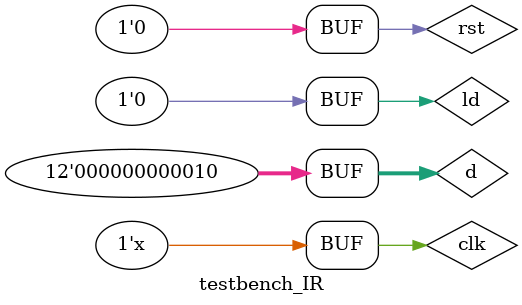
<source format=sv>
`timescale 1ns / 1ps


module testbench_IR();
    logic clk, ld, rst;
    logic [11:0] d, q;
    
    IR IR_test( clk, ld, rst, d, q );
    
    initial 
        clk = 1;
    always 
        begin
        #1;               
        clk = ~clk;        
        end  
    
    initial begin
    #5; rst = 1;
    #5; rst = 0;
    #1; ld = 0;
    #1; 
    ld = 1;
    d = 12'b0000000000000010; 
    #1; ld = 0;
    end    
endmodule

</source>
